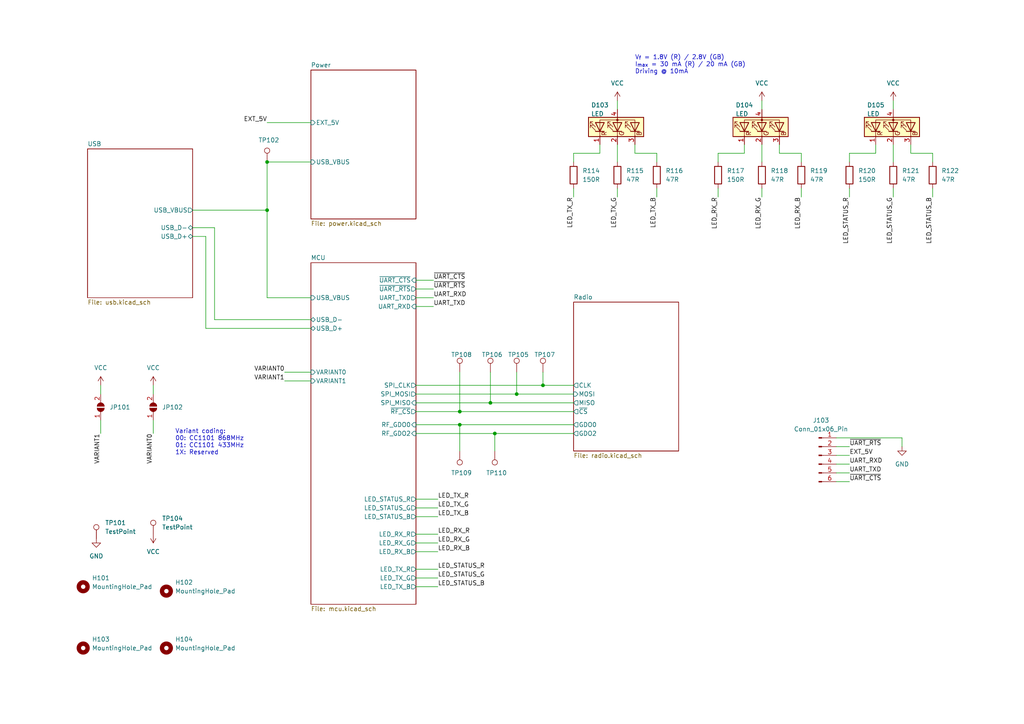
<source format=kicad_sch>
(kicad_sch (version 20230121) (generator eeschema)
  (paper "A4")
  (title_block (title "RF McQuack CC1101") (date "2023-11-10") (rev "1") (company "Andreas Sandberg <andreas@sandberg.uk>"))
  (lib_symbols
    (symbol "Connector:Conn_01x06_Pin" (pin_names (offset 1.016) hide)
      (property "Reference" "J" (at 0 7.62 0))
      (property "Value" "Conn_01x06_Pin" (at 0 -10.16 0))
      (symbol "Conn_01x06_Pin_1_1"
        (polyline (pts (xy 1.27 -7.62) (xy 0.8636 -7.62)) (stroke (width 0.1524)))
        (polyline (pts (xy 1.27 -5.08) (xy 0.8636 -5.08)) (stroke (width 0.1524)))
        (polyline (pts (xy 1.27 -2.54) (xy 0.8636 -2.54)) (stroke (width 0.1524)))
        (polyline (pts (xy 1.27 0) (xy 0.8636 0)) (stroke (width 0.1524)))
        (polyline (pts (xy 1.27 2.54) (xy 0.8636 2.54)) (stroke (width 0.1524)))
        (polyline (pts (xy 1.27 5.08) (xy 0.8636 5.08)) (stroke (width 0.1524)))
        (rectangle (start 0.8636 -7.493) (end 0 -7.747) (stroke (width 0.1524)) (fill (type outline)))
        (rectangle (start 0.8636 -4.953) (end 0 -5.207) (stroke (width 0.1524)) (fill (type outline)))
        (rectangle (start 0.8636 -2.413) (end 0 -2.667) (stroke (width 0.1524)) (fill (type outline)))
        (rectangle (start 0.8636 0.127) (end 0 -0.127) (stroke (width 0.1524)) (fill (type outline)))
        (rectangle (start 0.8636 2.667) (end 0 2.413) (stroke (width 0.1524)) (fill (type outline)))
        (rectangle (start 0.8636 5.207) (end 0 4.953) (stroke (width 0.1524)) (fill (type outline)))
        (pin passive line (at 5.08 5.08 180) (length 3.81) (name "Pin_1") (number "1"))
        (pin passive line (at 5.08 2.54 180) (length 3.81) (name "Pin_2") (number "2"))
        (pin passive line (at 5.08 0 180) (length 3.81) (name "Pin_3") (number "3"))
        (pin passive line (at 5.08 -2.54 180) (length 3.81) (name "Pin_4") (number "4"))
        (pin passive line (at 5.08 -5.08 180) (length 3.81) (name "Pin_5") (number "5"))
        (pin passive line (at 5.08 -7.62 180) (length 3.81) (name "Pin_6") (number "6"))
      )
    )
    (symbol "Connector:TestPoint" (pin_numbers hide) (pin_names (offset 0.762) hide)
      (property "Reference" "TP" (at 0 6.858 0))
      (property "Value" "TestPoint" (at 0 5.08 0))
      (symbol "TestPoint_0_1"
        (circle (center 0 3.302) (radius 0.762))
      )
      (symbol "TestPoint_1_1"
        (pin passive line (at 0 0 90) (length 2.54) (name "1") (number "1"))
      )
    )
    (symbol "Device:LED_RGBA" (pin_names (offset 0) hide)
      (property "Reference" "D" (at 0 9.398 0))
      (property "Value" "LED_RGBA" (at 0 -8.89 0))
      (symbol "LED_RGBA_0_0"
        (text "B" (at -1.905 -6.35 0) (effects (font (size 1.27 1.27))))
        (text "G" (at -1.905 -1.27 0) (effects (font (size 1.27 1.27))))
        (text "R" (at -1.905 3.81 0) (effects (font (size 1.27 1.27))))
      )
      (symbol "LED_RGBA_0_1"
        (polyline (pts (xy -1.27 -5.08) (xy -2.54 -5.08)))
        (polyline (pts (xy -1.27 -5.08) (xy 1.27 -5.08)))
        (polyline (pts (xy -1.27 -3.81) (xy -1.27 -6.35)) (stroke (width 0.254)))
        (polyline (pts (xy -1.27 0) (xy -2.54 0)))
        (polyline (pts (xy -1.27 1.27) (xy -1.27 -1.27)) (stroke (width 0.254)))
        (polyline (pts (xy -1.27 5.08) (xy -2.54 5.08)))
        (polyline (pts (xy -1.27 5.08) (xy 1.27 5.08)))
        (polyline (pts (xy -1.27 6.35) (xy -1.27 3.81)) (stroke (width 0.254)))
        (polyline (pts (xy 1.27 0) (xy -1.27 0)))
        (polyline (pts (xy 1.27 0) (xy 2.54 0)))
        (polyline (pts (xy -1.27 1.27) (xy -1.27 -1.27) (xy -1.27 -1.27)))
        (polyline (pts (xy -1.27 6.35) (xy -1.27 3.81) (xy -1.27 3.81)))
        (polyline (pts (xy 1.27 -5.08) (xy 2.032 -5.08) (xy 2.032 5.08) (xy 1.27 5.08)))
        (polyline (pts (xy 1.27 -3.81) (xy 1.27 -6.35) (xy -1.27 -5.08) (xy 1.27 -3.81)) (stroke (width 0.254)))
        (polyline (pts (xy 1.27 1.27) (xy 1.27 -1.27) (xy -1.27 0) (xy 1.27 1.27)) (stroke (width 0.254)))
        (polyline (pts (xy 1.27 6.35) (xy 1.27 3.81) (xy -1.27 5.08) (xy 1.27 6.35)) (stroke (width 0.254)))
        (polyline (pts (xy -1.016 -3.81) (xy 0.508 -2.286) (xy -0.254 -2.286) (xy 0.508 -2.286) (xy 0.508 -3.048)))
        (polyline (pts (xy -1.016 1.27) (xy 0.508 2.794) (xy -0.254 2.794) (xy 0.508 2.794) (xy 0.508 2.032)))
        (polyline (pts (xy -1.016 6.35) (xy 0.508 7.874) (xy -0.254 7.874) (xy 0.508 7.874) (xy 0.508 7.112)))
        (polyline (pts (xy 0 -3.81) (xy 1.524 -2.286) (xy 0.762 -2.286) (xy 1.524 -2.286) (xy 1.524 -3.048)))
        (polyline (pts (xy 0 1.27) (xy 1.524 2.794) (xy 0.762 2.794) (xy 1.524 2.794) (xy 1.524 2.032)))
        (polyline (pts (xy 0 6.35) (xy 1.524 7.874) (xy 0.762 7.874) (xy 1.524 7.874) (xy 1.524 7.112)))
        (rectangle (start 1.27 -1.27) (end 1.27 1.27))
        (rectangle (start 1.27 1.27) (end 1.27 1.27))
        (rectangle (start 1.27 3.81) (end 1.27 6.35))
        (rectangle (start 1.27 6.35) (end 1.27 6.35))
        (circle (center 2.032 0) (radius 0.254) (fill (type outline)))
        (rectangle (start 2.794 8.382) (end -2.794 -7.62) (stroke (width 0.254)) (fill (type background)))
      )
      (symbol "LED_RGBA_1_1"
        (pin passive line (at -5.08 5.08 0) (length 2.54) (name "RK") (number "1"))
        (pin passive line (at -5.08 0 0) (length 2.54) (name "GK") (number "2"))
        (pin passive line (at -5.08 -5.08 0) (length 2.54) (name "BK") (number "3"))
        (pin passive line (at 5.08 0 180) (length 2.54) (name "A") (number "4"))
      )
    )
    (symbol "Device:R" (pin_numbers hide) (pin_names (offset 0))
      (property "Reference" "R" (at 2.032 0 90))
      (property "Value" "R" (at 0 0 90))
      (symbol "R_0_1"
        (rectangle (start -1.016 -2.54) (end 1.016 2.54) (stroke (width 0.254)))
      )
      (symbol "R_1_1"
        (pin passive line (at 0 3.81 270) (length 1.27) (name "~") (number "1"))
        (pin passive line (at 0 -3.81 90) (length 1.27) (name "~") (number "2"))
      )
    )
    (symbol "Jumper:SolderJumper_2_Open" (pin_names (offset 0) hide)
      (property "Reference" "JP" (at 0 2.032 0))
      (property "Value" "SolderJumper_2_Open" (at 0 -2.54 0))
      (symbol "SolderJumper_2_Open_0_1"
        (arc (start -0.254 1.016) (mid -1.2656 0) (end -0.254 -1.016))
        (arc (start -0.254 1.016) (mid -1.2656 0) (end -0.254 -1.016) (fill (type outline)))
        (polyline (pts (xy -0.254 1.016) (xy -0.254 -1.016)))
        (polyline (pts (xy 0.254 1.016) (xy 0.254 -1.016)))
        (arc (start 0.254 -1.016) (mid 1.2656 0) (end 0.254 1.016))
        (arc (start 0.254 -1.016) (mid 1.2656 0) (end 0.254 1.016) (fill (type outline)))
      )
      (symbol "SolderJumper_2_Open_1_1"
        (pin passive line (at -3.81 0 0) (length 2.54) (name "A") (number "1"))
        (pin passive line (at 3.81 0 180) (length 2.54) (name "B") (number "2"))
      )
    )
    (symbol "Mechanical:MountingHole" (pin_names (offset 1.016))
      (property "Reference" "H" (at 0 5.08 0))
      (property "Value" "MountingHole" (at 0 3.175 0))
      (symbol "MountingHole_0_1"
        (circle (center 0 0) (radius 1.27) (stroke (width 1.27)))
      )
    )
    (symbol "power:GND" (power) (pin_names (offset 0))
      (property "Value" "GND" (at 0 -3.81 0))
      (symbol "GND_0_1"
        (polyline (pts (xy 0 0) (xy 0 -1.27) (xy 1.27 -1.27) (xy 0 -2.54) (xy -1.27 -1.27) (xy 0 -1.27)))
      )
      (symbol "GND_1_1"
        (pin power_in line (at 0 0 270) (length 0) hide (name "GND") (number "1"))
      )
    )
    (symbol "power:VCC" (power) (pin_names (offset 0))
      (property "Value" "VCC" (at 0 3.81 0))
      (symbol "VCC_0_1"
        (polyline (pts (xy -0.762 1.27) (xy 0 2.54)))
        (polyline (pts (xy 0 0) (xy 0 2.54)))
        (polyline (pts (xy 0 2.54) (xy 0.762 1.27)))
      )
      (symbol "VCC_1_1"
        (pin power_in line (at 0 0 90) (length 0) hide (name "VCC") (number "1"))
      )
    )
  )
  (junction (at 133.35 119.38))
  (junction (at 133.35 123.19))
  (junction (at 143.51 125.73))
  (junction (at 149.86 114.3))
  (junction (at 77.47 60.96))
  (junction (at 142.24 116.84))
  (junction (at 157.48 111.76))
  (junction (at 77.47 46.99))
  (wire (pts (xy 173.99 44.45) (xy 166.37 44.45)))
  (wire (pts (xy 82.55 110.49) (xy 90.17 110.49)))
  (wire (pts (xy 77.47 60.96) (xy 77.47 86.36)))
  (wire (pts (xy 242.57 129.54) (xy 246.38 129.54)))
  (wire (pts (xy 246.38 44.45) (xy 246.38 46.99)))
  (wire (pts (xy 120.65 154.94) (xy 127 154.94)))
  (wire (pts (xy 59.69 95.25) (xy 90.17 95.25)))
  (wire (pts (xy 184.15 44.45) (xy 184.15 41.91)))
  (wire (pts (xy 220.98 41.91) (xy 220.98 46.99)))
  (wire (pts (xy 120.65 119.38) (xy 133.35 119.38)))
  (wire (pts (xy 242.57 139.7) (xy 246.38 139.7)))
  (wire (pts (xy 90.17 92.71) (xy 62.23 92.71)))
  (wire (pts (xy 261.62 127) (xy 261.62 129.54)))
  (wire (pts (xy 143.51 125.73) (xy 143.51 130.81)))
  (wire (pts (xy 62.23 66.04) (xy 55.88 66.04)))
  (wire (pts (xy 190.5 54.61) (xy 190.5 57.15)))
  (wire (pts (xy 120.65 111.76) (xy 157.48 111.76)))
  (wire (pts (xy 120.65 149.86) (xy 127 149.86)))
  (wire (pts (xy 133.35 123.19) (xy 166.37 123.19)))
  (wire (pts (xy 190.5 46.99) (xy 190.5 44.45)))
  (wire (pts (xy 232.41 46.99) (xy 232.41 44.45)))
  (wire (pts (xy 179.07 54.61) (xy 179.07 57.15)))
  (wire (pts (xy 254 44.45) (xy 246.38 44.45)))
  (wire (pts (xy 133.35 119.38) (xy 166.37 119.38)))
  (wire (pts (xy 242.57 127) (xy 261.62 127)))
  (wire (pts (xy 242.57 134.62) (xy 246.38 134.62)))
  (wire (pts (xy 120.65 125.73) (xy 143.51 125.73)))
  (wire (pts (xy 166.37 44.45) (xy 166.37 46.99)))
  (wire (pts (xy 173.99 41.91) (xy 173.99 44.45)))
  (wire (pts (xy 82.55 107.95) (xy 90.17 107.95)))
  (wire (pts (xy 120.65 83.82) (xy 125.73 83.82)))
  (wire (pts (xy 120.65 116.84) (xy 142.24 116.84)))
  (wire (pts (xy 120.65 144.78) (xy 127 144.78)))
  (wire (pts (xy 55.88 68.58) (xy 59.69 68.58)))
  (wire (pts (xy 29.21 111.76) (xy 29.21 114.3)))
  (wire (pts (xy 120.65 123.19) (xy 133.35 123.19)))
  (wire (pts (xy 215.9 41.91) (xy 215.9 44.45)))
  (wire (pts (xy 44.45 111.76) (xy 44.45 114.3)))
  (wire (pts (xy 120.65 147.32) (xy 127 147.32)))
  (wire (pts (xy 215.9 44.45) (xy 208.28 44.45)))
  (wire (pts (xy 120.65 88.9) (xy 125.73 88.9)))
  (wire (pts (xy 259.08 29.21) (xy 259.08 31.75)))
  (wire (pts (xy 259.08 41.91) (xy 259.08 46.99)))
  (wire (pts (xy 270.51 46.99) (xy 270.51 44.45)))
  (wire (pts (xy 232.41 54.61) (xy 232.41 57.15)))
  (wire (pts (xy 55.88 60.96) (xy 77.47 60.96)))
  (wire (pts (xy 44.45 121.92) (xy 44.45 125.73)))
  (wire (pts (xy 62.23 92.71) (xy 62.23 66.04)))
  (wire (pts (xy 149.86 114.3) (xy 166.37 114.3)))
  (wire (pts (xy 77.47 35.56) (xy 90.17 35.56)))
  (wire (pts (xy 208.28 54.61) (xy 208.28 57.15)))
  (wire (pts (xy 120.65 165.1) (xy 127 165.1)))
  (wire (pts (xy 220.98 29.21) (xy 220.98 31.75)))
  (wire (pts (xy 166.37 54.61) (xy 166.37 57.15)))
  (wire (pts (xy 242.57 132.08) (xy 246.38 132.08)))
  (wire (pts (xy 179.07 29.21) (xy 179.07 31.75)))
  (wire (pts (xy 226.06 44.45) (xy 226.06 41.91)))
  (wire (pts (xy 259.08 54.61) (xy 259.08 57.15)))
  (wire (pts (xy 29.21 121.92) (xy 29.21 125.73)))
  (wire (pts (xy 120.65 160.02) (xy 127 160.02)))
  (wire (pts (xy 264.16 44.45) (xy 264.16 41.91)))
  (wire (pts (xy 120.65 81.28) (xy 125.73 81.28)))
  (wire (pts (xy 142.24 116.84) (xy 166.37 116.84)))
  (wire (pts (xy 270.51 44.45) (xy 264.16 44.45)))
  (wire (pts (xy 133.35 107.95) (xy 133.35 119.38)))
  (wire (pts (xy 77.47 46.99) (xy 77.47 60.96)))
  (wire (pts (xy 157.48 107.95) (xy 157.48 111.76)))
  (wire (pts (xy 242.57 137.16) (xy 246.38 137.16)))
  (wire (pts (xy 220.98 54.61) (xy 220.98 57.15)))
  (wire (pts (xy 59.69 68.58) (xy 59.69 95.25)))
  (wire (pts (xy 77.47 86.36) (xy 90.17 86.36)))
  (wire (pts (xy 232.41 44.45) (xy 226.06 44.45)))
  (wire (pts (xy 149.86 107.95) (xy 149.86 114.3)))
  (wire (pts (xy 143.51 125.73) (xy 166.37 125.73)))
  (wire (pts (xy 254 41.91) (xy 254 44.45)))
  (wire (pts (xy 120.65 114.3) (xy 149.86 114.3)))
  (wire (pts (xy 157.48 111.76) (xy 166.37 111.76)))
  (wire (pts (xy 120.65 157.48) (xy 127 157.48)))
  (wire (pts (xy 120.65 167.64) (xy 127 167.64)))
  (wire (pts (xy 120.65 86.36) (xy 125.73 86.36)))
  (wire (pts (xy 77.47 46.99) (xy 90.17 46.99)))
  (wire (pts (xy 208.28 44.45) (xy 208.28 46.99)))
  (wire (pts (xy 142.24 107.95) (xy 142.24 116.84)))
  (wire (pts (xy 133.35 123.19) (xy 133.35 130.81)))
  (wire (pts (xy 190.5 44.45) (xy 184.15 44.45)))
  (wire (pts (xy 120.65 170.18) (xy 127 170.18)))
  (wire (pts (xy 270.51 54.61) (xy 270.51 57.15)))
  (wire (pts (xy 179.07 41.91) (xy 179.07 46.99)))
  (wire (pts (xy 246.38 54.61) (xy 246.38 57.15)))
  (text "V_{f} = 1.8V (R) / 2.8V (GB)\nI_{max} = 30 mA (R) / 20 mA (GB)\nDriving @ 10mA" (at 184.15 21.59 0) (effects (font (size 1.27 1.27)) (justify left bottom)))
  (text "Variant coding:\n00: CC1101 868MHz\n01: CC1101 433MHz\n1X: Reserved" (at 50.8 132.08 0) (effects (font (size 1.27 1.27)) (justify left bottom)))
  (label "LED_STATUS_B" (at 270.51 57.15 270))
  (label "~{UART_RTS}" (at 125.73 83.82 0))
  (label "VARIANT0" (at 44.45 125.73 270))
  (label "LED_TX_G" (at 179.07 57.15 270))
  (label "LED_TX_B" (at 190.5 57.15 270))
  (label "~{UART_CTS}" (at 125.73 81.28 0))
  (label "~{UART_CTS}" (at 246.38 139.7 0))
  (label "VARIANT0" (at 82.55 107.95 180))
  (label "LED_STATUS_B" (at 127 170.18 0))
  (label "UART_RXD" (at 246.38 134.62 0))
  (label "LED_RX_B" (at 127 160.02 0))
  (label "LED_TX_B" (at 127 149.86 0))
  (label "LED_STATUS_R" (at 127 165.1 0))
  (label "LED_RX_B" (at 232.41 57.15 270))
  (label "LED_TX_R" (at 127 144.78 0))
  (label "LED_STATUS_R" (at 246.38 57.15 270))
  (label "LED_STATUS_G" (at 127 167.64 0))
  (label "LED_RX_R" (at 127 154.94 0))
  (label "EXT_5V" (at 246.38 132.08 0))
  (label "VARIANT1" (at 82.55 110.49 180))
  (label "LED_TX_R" (at 166.37 57.15 270))
  (label "LED_RX_R" (at 208.28 57.15 270))
  (label "VARIANT1" (at 29.21 125.73 270))
  (label "~{UART_RTS}" (at 246.38 129.54 0))
  (label "EXT_5V" (at 77.47 35.56 180))
  (label "UART_TXD" (at 125.73 88.9 0))
  (label "LED_STATUS_G" (at 259.08 57.15 270))
  (label "UART_RXD" (at 125.73 86.36 0))
  (label "LED_RX_G" (at 127 157.48 0))
  (label "UART_TXD" (at 246.38 137.16 0))
  (label "LED_RX_G" (at 220.98 57.15 270))
  (label "LED_TX_G" (at 127 147.32 0))
  (symbol (lib_id "Connector:TestPoint") (at 157.48 107.95 0) (unit 1) (in_bom no)
    (property "Reference" "TP107" (at 154.94 102.87 0) (effects (justify left)))
    (property "Value" "TestPoint" (effects hide))
    (property "Footprint" "TestPoint:TestPoint_Pad_D1.0mm" (effects hide))
  )
  (symbol (lib_id "power:VCC") (at 179.07 29.21 0) (unit 1)
    (property "Reference" "#PWR0141" (effects hide))
    (property "Value" "VCC" (at 179.07 24.13 0))
  )
  (symbol (lib_id "power:VCC") (at 29.21 111.76 0) (unit 1)
    (property "Reference" "#PWR0139" (effects hide))
    (property "Value" "VCC" (at 29.21 106.68 0))
  )
  (symbol (lib_id "Connector:TestPoint") (at 77.47 46.99 0) (unit 1) (in_bom no)
    (property "Reference" "TP102" (at 74.93 40.64 0) (effects (justify left)))
    (property "Value" "TestPoint" (effects hide))
    (property "Footprint" "TestPoint:TestPoint_Pad_D1.0mm" (effects hide))
  )
  (symbol (lib_id "Connector:TestPoint") (at 143.51 130.81 180) (unit 1) (in_bom no)
    (property "Reference" "TP110" (at 140.97 137.16 0) (effects (justify right)))
    (property "Value" "TestPoint" (effects hide))
    (property "Footprint" "TestPoint:TestPoint_Pad_D1.0mm" (effects hide))
  )
  (symbol (lib_id "Connector:TestPoint") (at 142.24 107.95 0) (unit 1) (in_bom no)
    (property "Reference" "TP106" (at 139.7 102.87 0) (effects (justify left)))
    (property "Value" "TestPoint" (effects hide))
    (property "Footprint" "TestPoint:TestPoint_Pad_D1.0mm" (effects hide))
  )
  (symbol (lib_id "Device:R") (at 179.07 50.8 0) (unit 1)
    (property "Reference" "R115" (at 181.61 49.53 0) (effects (justify left)))
    (property "Value" "47R" (at 181.61 52.07 0) (effects (justify left)))
    (property "Footprint" "Resistor_SMD:R_0603_1608Metric" (effects hide))
    (property "LCSC Part #" "C23182" (effects hide))
  )
  (symbol (lib_id "Jumper:SolderJumper_2_Open") (at 44.45 118.11 90) (unit 1) (in_bom no)
    (property "Reference" "JP102" (at 46.99 118.11 90) (effects (justify right)))
    (property "Value" "SolderJumper_2_Open" (effects hide))
    (property "Footprint" "Jumper:SolderJumper-2_P1.3mm_Open_TrianglePad1.0x1.5mm" (effects hide))
  )
  (symbol (lib_id "power:GND") (at 27.94 156.21 0) (unit 1)
    (property "Reference" "#PWR0135" (effects hide))
    (property "Value" "GND" (at 27.94 161.29 0))
  )
  (symbol (lib_id "Device:R") (at 259.08 50.8 0) (unit 1)
    (property "Reference" "R121" (at 261.62 49.53 0) (effects (justify left)))
    (property "Value" "47R" (at 261.62 52.07 0) (effects (justify left)))
    (property "Footprint" "Resistor_SMD:R_0603_1608Metric" (effects hide))
    (property "LCSC Part #" "C23182" (effects hide))
  )
  (symbol (lib_id "Device:R") (at 220.98 50.8 0) (unit 1)
    (property "Reference" "R118" (at 223.52 49.53 0) (effects (justify left)))
    (property "Value" "47R" (at 223.52 52.07 0) (effects (justify left)))
    (property "Footprint" "Resistor_SMD:R_0603_1608Metric" (effects hide))
    (property "LCSC Part #" "C23182" (effects hide))
  )
  (symbol (lib_id "Device:R") (at 166.37 50.8 0) (unit 1)
    (property "Reference" "R114" (at 168.91 49.53 0) (effects (justify left)))
    (property "Value" "150R" (at 168.91 52.07 0) (effects (justify left)))
    (property "Footprint" "Resistor_SMD:R_0603_1608Metric" (effects hide))
    (property "LCSC Part #" "C22808" (effects hide))
  )
  (symbol (lib_id "Connector:TestPoint") (at 133.35 130.81 180) (unit 1) (in_bom no)
    (property "Reference" "TP109" (at 130.81 137.16 0) (effects (justify right)))
    (property "Value" "TestPoint" (effects hide))
    (property "Footprint" "TestPoint:TestPoint_Pad_D1.0mm" (effects hide))
  )
  (symbol (lib_id "Jumper:SolderJumper_2_Open") (at 29.21 118.11 90) (unit 1) (in_bom no)
    (property "Reference" "JP101" (at 31.75 118.11 90) (effects (justify right)))
    (property "Value" "SolderJumper_2_Open" (effects hide))
    (property "Footprint" "Jumper:SolderJumper-2_P1.3mm_Open_TrianglePad1.0x1.5mm" (effects hide))
  )
  (symbol (lib_id "Mechanical:MountingHole") (at 24.13 187.96 0) (unit 1) (in_bom no)
    (property "Reference" "H103" (at 26.67 185.42 0) (effects (justify left)))
    (property "Value" "MountingHole_Pad" (at 26.67 187.96 0) (effects (justify left)))
    (property "Footprint" "MountingHole:MountingHole_2.7mm_M2.5" (effects hide))
  )
  (symbol (lib_id "Mechanical:MountingHole") (at 48.26 187.96 0) (unit 1) (in_bom no)
    (property "Reference" "H104" (at 50.8 185.42 0) (effects (justify left)))
    (property "Value" "MountingHole_Pad" (at 50.8 187.96 0) (effects (justify left)))
    (property "Footprint" "MountingHole:MountingHole_2.7mm_M2.5" (effects hide))
  )
  (symbol (lib_id "power:VCC") (at 44.45 154.94 180) (unit 1)
    (property "Reference" "#PWR0136" (effects hide))
    (property "Value" "VCC" (at 44.45 160.02 0))
  )
  (symbol (lib_id "Device:LED_RGBA") (at 220.98 36.83 90) (unit 1)
    (property "Reference" "D104" (at 213.36 30.48 90) (effects (justify right)))
    (property "Value" "LED" (at 213.36 33.02 90) (effects (justify right)))
    (property "Footprint" "LED_SMD:LED_LiteOn_LTST-C19HE1WT" (effects hide))
    (property "Datasheet" "https://optoelectronics.liteon.com/upload/download/ds22-2008-0044/ltst-c19he1wt.pdf" (effects hide))
    (property "LCSC Part #" "C458749" (effects hide))
  )
  (symbol (lib_id "Connector:TestPoint") (at 149.86 107.95 0) (unit 1) (in_bom no)
    (property "Reference" "TP105" (at 147.32 102.87 0) (effects (justify left)))
    (property "Value" "TestPoint" (effects hide))
    (property "Footprint" "TestPoint:TestPoint_Pad_D1.0mm" (effects hide))
  )
  (symbol (lib_id "power:VCC") (at 44.45 111.76 0) (unit 1)
    (property "Reference" "#PWR0140" (effects hide))
    (property "Value" "VCC" (at 44.45 106.68 0))
  )
  (symbol (lib_id "Device:R") (at 232.41 50.8 0) (unit 1)
    (property "Reference" "R119" (at 234.95 49.53 0) (effects (justify left)))
    (property "Value" "47R" (at 234.95 52.07 0) (effects (justify left)))
    (property "Footprint" "Resistor_SMD:R_0603_1608Metric" (effects hide))
    (property "LCSC Part #" "C23182" (effects hide))
  )
  (symbol (lib_id "Device:R") (at 190.5 50.8 0) (unit 1)
    (property "Reference" "R116" (at 193.04 49.53 0) (effects (justify left)))
    (property "Value" "47R" (at 193.04 52.07 0) (effects (justify left)))
    (property "Footprint" "Resistor_SMD:R_0603_1608Metric" (effects hide))
    (property "LCSC Part #" "C23182" (effects hide))
  )
  (symbol (lib_id "Connector:TestPoint") (at 27.94 156.21 0) (unit 1) (in_bom no)
    (property "Reference" "TP101" (at 30.48 151.6379 0) (effects (justify left)))
    (property "Value" "TestPoint" (at 30.48 154.1779 0) (effects (justify left)))
    (property "Footprint" "TestPoint:TestPoint_Pad_D1.0mm" (effects hide))
  )
  (symbol (lib_id "Device:R") (at 270.51 50.8 0) (unit 1)
    (property "Reference" "R122" (at 273.05 49.53 0) (effects (justify left)))
    (property "Value" "47R" (at 273.05 52.07 0) (effects (justify left)))
    (property "Footprint" "Resistor_SMD:R_0603_1608Metric" (effects hide))
    (property "LCSC Part #" "C23182" (effects hide))
  )
  (symbol (lib_id "power:VCC") (at 220.98 29.21 0) (unit 1)
    (property "Reference" "#PWR0142" (effects hide))
    (property "Value" "VCC" (at 220.98 24.13 0))
  )
  (symbol (lib_id "Device:LED_RGBA") (at 259.08 36.83 90) (unit 1)
    (property "Reference" "D105" (at 251.46 30.48 90) (effects (justify right)))
    (property "Value" "LED" (at 251.46 33.02 90) (effects (justify right)))
    (property "Footprint" "LED_SMD:LED_LiteOn_LTST-C19HE1WT" (effects hide))
    (property "Datasheet" "https://optoelectronics.liteon.com/upload/download/ds22-2008-0044/ltst-c19he1wt.pdf" (effects hide))
    (property "LCSC Part #" "C458749" (effects hide))
  )
  (symbol (lib_id "power:GND") (at 261.62 129.54 0) (unit 1)
    (property "Reference" "#PWR0127" (effects hide))
    (property "Value" "GND" (at 261.62 134.62 0))
  )
  (symbol (lib_id "Device:LED_RGBA") (at 179.07 36.83 90) (unit 1)
    (property "Reference" "D103" (at 171.45 30.48 90) (effects (justify right)))
    (property "Value" "LED" (at 171.45 33.02 90) (effects (justify right)))
    (property "Footprint" "LED_SMD:LED_LiteOn_LTST-C19HE1WT" (effects hide))
    (property "Datasheet" "https://optoelectronics.liteon.com/upload/download/ds22-2008-0044/ltst-c19he1wt.pdf" (effects hide))
    (property "LCSC Part #" "C458749" (effects hide))
  )
  (symbol (lib_id "power:VCC") (at 259.08 29.21 0) (unit 1)
    (property "Reference" "#PWR0143" (effects hide))
    (property "Value" "VCC" (at 259.08 24.13 0))
  )
  (symbol (lib_id "Connector:Conn_01x06_Pin") (at 237.49 132.08 0) (unit 1) (in_bom no)
    (property "Reference" "J103" (at 238.125 121.92 0))
    (property "Value" "Conn_01x06_Pin" (at 238.125 124.46 0))
    (property "Footprint" "Connector_PinHeader_2.54mm:PinHeader_1x06_P2.54mm_Vertical" (effects hide))
  )
  (symbol (lib_id "Device:R") (at 246.38 50.8 0) (unit 1)
    (property "Reference" "R120" (at 248.92 49.53 0) (effects (justify left)))
    (property "Value" "150R" (at 248.92 52.07 0) (effects (justify left)))
    (property "Footprint" "Resistor_SMD:R_0603_1608Metric" (effects hide))
    (property "LCSC Part #" "C22808" (effects hide))
  )
  (symbol (lib_id "Connector:TestPoint") (at 44.45 154.94 0) (unit 1) (in_bom no)
    (property "Reference" "TP104" (at 46.99 150.3679 0) (effects (justify left)))
    (property "Value" "TestPoint" (at 46.99 152.9079 0) (effects (justify left)))
    (property "Footprint" "TestPoint:TestPoint_Pad_D1.0mm" (effects hide))
  )
  (symbol (lib_id "Connector:TestPoint") (at 133.35 107.95 0) (unit 1) (in_bom no)
    (property "Reference" "TP108" (at 130.81 102.87 0) (effects (justify left)))
    (property "Value" "TestPoint" (effects hide))
    (property "Footprint" "TestPoint:TestPoint_Pad_D1.0mm" (effects hide))
  )
  (symbol (lib_id "Device:R") (at 208.28 50.8 0) (unit 1)
    (property "Reference" "R117" (at 210.82 49.53 0) (effects (justify left)))
    (property "Value" "150R" (at 210.82 52.07 0) (effects (justify left)))
    (property "Footprint" "Resistor_SMD:R_0603_1608Metric" (effects hide))
    (property "LCSC Part #" "C22808" (effects hide))
  )
  (symbol (lib_id "Mechanical:MountingHole") (at 48.26 171.45 0) (unit 1) (in_bom no)
    (property "Reference" "H102" (at 50.8 168.91 0) (effects (justify left)))
    (property "Value" "MountingHole_Pad" (at 50.8 171.45 0) (effects (justify left)))
    (property "Footprint" "MountingHole:MountingHole_2.7mm_M2.5" (effects hide))
  )
  (symbol (lib_id "Mechanical:MountingHole") (at 24.13 170.18 0) (unit 1) (in_bom no)
    (property "Reference" "H101" (at 26.67 167.64 0) (effects (justify left)))
    (property "Value" "MountingHole_Pad" (at 26.67 170.18 0) (effects (justify left)))
    (property "Footprint" "MountingHole:MountingHole_2.7mm_M2.5" (effects hide))
  )
  (sheet (at 90.17 20.32) (size 30.48 43.18) (stroke (width 0.1524))
    (property "Sheetname" "Power" (at 90.17 19.6084 0) (effects (justify left bottom)))
    (property "Sheetfile" "power.kicad_sch" (at 90.17 64.0846 0) (effects (justify left top)))
    (pin "EXT_5V" input (at 90.17 35.56 180))
    (pin "USB_VBUS" input (at 90.17 46.99 180))
  )
  (sheet (at 90.17 76.2) (size 30.48 99.06) (stroke (width 0.1524))
    (property "Sheetname" "MCU" (at 90.17 75.4884 0) (effects (justify left bottom)))
    (property "Sheetfile" "mcu.kicad_sch" (at 90.17 175.8446 0) (effects (justify left top)))
    (pin "SPI_MISO" input (at 120.65 116.84 0))
    (pin "SPI_MOSI" output (at 120.65 114.3 0))
    (pin "~{UART_CTS}" input (at 120.65 81.28 0))
    (pin "~{UART_RTS}" output (at 120.65 83.82 0))
    (pin "USB_VBUS" input (at 90.17 86.36 180))
    (pin "SPI_CLK" output (at 120.65 111.76 0))
    (pin "UART_RXD" input (at 120.65 88.9 0))
    (pin "UART_TXD" output (at 120.65 86.36 0))
    (pin "~{RF_CS}" output (at 120.65 119.38 0))
    (pin "USB_D+" bidirectional (at 90.17 95.25 180))
    (pin "USB_D-" bidirectional (at 90.17 92.71 180))
    (pin "RF_GDO0" input (at 120.65 123.19 0))
    (pin "RF_GDO2" input (at 120.65 125.73 0))
    (pin "VARIANT1" input (at 90.17 110.49 180))
    (pin "VARIANT0" input (at 90.17 107.95 180))
    (pin "LED_RX_B" output (at 120.65 160.02 0))
    (pin "LED_STATUS_B" output (at 120.65 149.86 0))
    (pin "LED_TX_R" output (at 120.65 165.1 0))
    (pin "LED_TX_G" output (at 120.65 167.64 0))
    (pin "LED_TX_B" output (at 120.65 170.18 0))
    (pin "LED_RX_G" output (at 120.65 157.48 0))
    (pin "LED_RX_R" output (at 120.65 154.94 0))
    (pin "LED_STATUS_R" output (at 120.65 144.78 0))
    (pin "LED_STATUS_G" output (at 120.65 147.32 0))
  )
  (sheet (at 166.37 87.63) (size 30.48 43.18) (stroke (width 0.1524))
    (property "Sheetname" "Radio" (at 166.37 86.9184 0) (effects (justify left bottom)))
    (property "Sheetfile" "radio.kicad_sch" (at 166.37 131.3946 0) (effects (justify left top)))
    (pin "GDO2" output (at 166.37 125.73 180))
    (pin "GDO0" output (at 166.37 123.19 180))
    (pin "~{CS}" output (at 166.37 119.38 180))
    (pin "MOSI" input (at 166.37 114.3 180))
    (pin "CLK" output (at 166.37 111.76 180))
    (pin "MISO" output (at 166.37 116.84 180))
  )
  (sheet (at 25.4 43.18) (size 30.48 43.18) (stroke (width 0.1524))
    (property "Sheetname" "USB" (at 25.4 42.4684 0) (effects (justify left bottom)))
    (property "Sheetfile" "usb.kicad_sch" (at 25.4 86.9446 0) (effects (justify left top)))
    (pin "USB_D-" bidirectional (at 55.88 66.04 0))
    (pin "USB_D+" bidirectional (at 55.88 68.58 0))
    (pin "USB_VBUS" output (at 55.88 60.96 0))
  )
)
</source>
